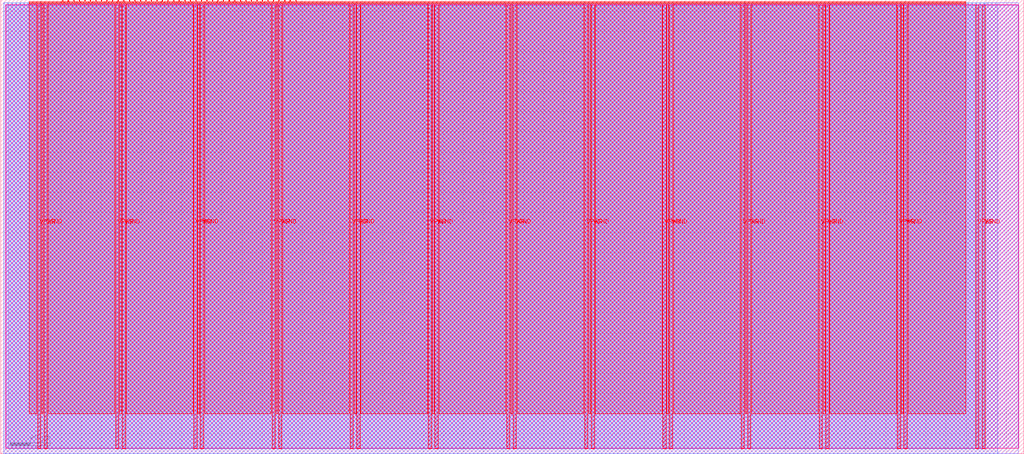
<source format=lef>
VERSION 5.7 ;
  NOWIREEXTENSIONATPIN ON ;
  DIVIDERCHAR "/" ;
  BUSBITCHARS "[]" ;
MACRO tt_um_MichaelBell_tinyQV
  CLASS BLOCK ;
  FOREIGN tt_um_MichaelBell_tinyQV ;
  ORIGIN 0.000 0.000 ;
  SIZE 508.760 BY 225.760 ;
  PIN VGND
    DIRECTION INOUT ;
    USE GROUND ;
    PORT
      LAYER met4 ;
        RECT 21.580 2.480 23.180 223.280 ;
    END
    PORT
      LAYER met4 ;
        RECT 60.450 2.480 62.050 223.280 ;
    END
    PORT
      LAYER met4 ;
        RECT 99.320 2.480 100.920 223.280 ;
    END
    PORT
      LAYER met4 ;
        RECT 138.190 2.480 139.790 223.280 ;
    END
    PORT
      LAYER met4 ;
        RECT 177.060 2.480 178.660 223.280 ;
    END
    PORT
      LAYER met4 ;
        RECT 215.930 2.480 217.530 223.280 ;
    END
    PORT
      LAYER met4 ;
        RECT 254.800 2.480 256.400 223.280 ;
    END
    PORT
      LAYER met4 ;
        RECT 293.670 2.480 295.270 223.280 ;
    END
    PORT
      LAYER met4 ;
        RECT 332.540 2.480 334.140 223.280 ;
    END
    PORT
      LAYER met4 ;
        RECT 371.410 2.480 373.010 223.280 ;
    END
    PORT
      LAYER met4 ;
        RECT 410.280 2.480 411.880 223.280 ;
    END
    PORT
      LAYER met4 ;
        RECT 449.150 2.480 450.750 223.280 ;
    END
    PORT
      LAYER met4 ;
        RECT 488.020 2.480 489.620 223.280 ;
    END
  END VGND
  PIN VPWR
    DIRECTION INOUT ;
    USE POWER ;
    PORT
      LAYER met4 ;
        RECT 18.280 2.480 19.880 223.280 ;
    END
    PORT
      LAYER met4 ;
        RECT 57.150 2.480 58.750 223.280 ;
    END
    PORT
      LAYER met4 ;
        RECT 96.020 2.480 97.620 223.280 ;
    END
    PORT
      LAYER met4 ;
        RECT 134.890 2.480 136.490 223.280 ;
    END
    PORT
      LAYER met4 ;
        RECT 173.760 2.480 175.360 223.280 ;
    END
    PORT
      LAYER met4 ;
        RECT 212.630 2.480 214.230 223.280 ;
    END
    PORT
      LAYER met4 ;
        RECT 251.500 2.480 253.100 223.280 ;
    END
    PORT
      LAYER met4 ;
        RECT 290.370 2.480 291.970 223.280 ;
    END
    PORT
      LAYER met4 ;
        RECT 329.240 2.480 330.840 223.280 ;
    END
    PORT
      LAYER met4 ;
        RECT 368.110 2.480 369.710 223.280 ;
    END
    PORT
      LAYER met4 ;
        RECT 406.980 2.480 408.580 223.280 ;
    END
    PORT
      LAYER met4 ;
        RECT 445.850 2.480 447.450 223.280 ;
    END
    PORT
      LAYER met4 ;
        RECT 484.720 2.480 486.320 223.280 ;
    END
  END VPWR
  PIN clk
    DIRECTION INPUT ;
    USE SIGNAL ;
    ANTENNAGATEAREA 1.286700 ;
    ANTENNADIFFAREA 0.434700 ;
    PORT
      LAYER met4 ;
        RECT 143.830 224.760 144.130 225.760 ;
    END
  END clk
  PIN ena
    DIRECTION INPUT ;
    USE SIGNAL ;
    PORT
      LAYER met4 ;
        RECT 146.590 224.760 146.890 225.760 ;
    END
  END ena
  PIN rst_n
    DIRECTION INPUT ;
    USE SIGNAL ;
    ANTENNAGATEAREA 0.647700 ;
    ANTENNADIFFAREA 0.434700 ;
    PORT
      LAYER met4 ;
        RECT 141.070 224.760 141.370 225.760 ;
    END
  END rst_n
  PIN ui_in[0]
    DIRECTION INPUT ;
    USE SIGNAL ;
    ANTENNAGATEAREA 0.593700 ;
    ANTENNADIFFAREA 0.434700 ;
    PORT
      LAYER met4 ;
        RECT 138.310 224.760 138.610 225.760 ;
    END
  END ui_in[0]
  PIN ui_in[1]
    DIRECTION INPUT ;
    USE SIGNAL ;
    ANTENNAGATEAREA 1.424700 ;
    ANTENNADIFFAREA 0.434700 ;
    PORT
      LAYER met4 ;
        RECT 135.550 224.760 135.850 225.760 ;
    END
  END ui_in[1]
  PIN ui_in[2]
    DIRECTION INPUT ;
    USE SIGNAL ;
    ANTENNAGATEAREA 0.929700 ;
    ANTENNADIFFAREA 0.434700 ;
    PORT
      LAYER met4 ;
        RECT 132.790 224.760 133.090 225.760 ;
    END
  END ui_in[2]
  PIN ui_in[3]
    DIRECTION INPUT ;
    USE SIGNAL ;
    ANTENNAGATEAREA 0.647700 ;
    ANTENNADIFFAREA 0.434700 ;
    PORT
      LAYER met4 ;
        RECT 130.030 224.760 130.330 225.760 ;
    END
  END ui_in[3]
  PIN ui_in[4]
    DIRECTION INPUT ;
    USE SIGNAL ;
    ANTENNAGATEAREA 1.424700 ;
    ANTENNADIFFAREA 0.434700 ;
    PORT
      LAYER met4 ;
        RECT 127.270 224.760 127.570 225.760 ;
    END
  END ui_in[4]
  PIN ui_in[5]
    DIRECTION INPUT ;
    USE SIGNAL ;
    ANTENNAGATEAREA 0.647700 ;
    ANTENNADIFFAREA 0.434700 ;
    PORT
      LAYER met4 ;
        RECT 124.510 224.760 124.810 225.760 ;
    END
  END ui_in[5]
  PIN ui_in[6]
    DIRECTION INPUT ;
    USE SIGNAL ;
    ANTENNAGATEAREA 0.593700 ;
    ANTENNADIFFAREA 0.434700 ;
    PORT
      LAYER met4 ;
        RECT 121.750 224.760 122.050 225.760 ;
    END
  END ui_in[6]
  PIN ui_in[7]
    DIRECTION INPUT ;
    USE SIGNAL ;
    ANTENNAGATEAREA 0.560700 ;
    ANTENNADIFFAREA 0.434700 ;
    PORT
      LAYER met4 ;
        RECT 118.990 224.760 119.290 225.760 ;
    END
  END ui_in[7]
  PIN uio_in[0]
    DIRECTION INPUT ;
    USE SIGNAL ;
    PORT
      LAYER met4 ;
        RECT 116.230 224.760 116.530 225.760 ;
    END
  END uio_in[0]
  PIN uio_in[1]
    DIRECTION INPUT ;
    USE SIGNAL ;
    ANTENNAGATEAREA 0.631200 ;
    ANTENNADIFFAREA 0.434700 ;
    PORT
      LAYER met4 ;
        RECT 113.470 224.760 113.770 225.760 ;
    END
  END uio_in[1]
  PIN uio_in[2]
    DIRECTION INPUT ;
    USE SIGNAL ;
    ANTENNAGATEAREA 0.631200 ;
    ANTENNADIFFAREA 0.434700 ;
    PORT
      LAYER met4 ;
        RECT 110.710 224.760 111.010 225.760 ;
    END
  END uio_in[2]
  PIN uio_in[3]
    DIRECTION INPUT ;
    USE SIGNAL ;
    PORT
      LAYER met4 ;
        RECT 107.950 224.760 108.250 225.760 ;
    END
  END uio_in[3]
  PIN uio_in[4]
    DIRECTION INPUT ;
    USE SIGNAL ;
    ANTENNAGATEAREA 0.631200 ;
    ANTENNADIFFAREA 0.434700 ;
    PORT
      LAYER met4 ;
        RECT 105.190 224.760 105.490 225.760 ;
    END
  END uio_in[4]
  PIN uio_in[5]
    DIRECTION INPUT ;
    USE SIGNAL ;
    ANTENNAGATEAREA 0.631200 ;
    ANTENNADIFFAREA 0.434700 ;
    PORT
      LAYER met4 ;
        RECT 102.430 224.760 102.730 225.760 ;
    END
  END uio_in[5]
  PIN uio_in[6]
    DIRECTION INPUT ;
    USE SIGNAL ;
    PORT
      LAYER met4 ;
        RECT 99.670 224.760 99.970 225.760 ;
    END
  END uio_in[6]
  PIN uio_in[7]
    DIRECTION INPUT ;
    USE SIGNAL ;
    PORT
      LAYER met4 ;
        RECT 96.910 224.760 97.210 225.760 ;
    END
  END uio_in[7]
  PIN uio_oe[0]
    DIRECTION OUTPUT ;
    USE SIGNAL ;
    ANTENNADIFFAREA 0.445500 ;
    PORT
      LAYER met4 ;
        RECT 49.990 224.760 50.290 225.760 ;
    END
  END uio_oe[0]
  PIN uio_oe[1]
    DIRECTION OUTPUT ;
    USE SIGNAL ;
    ANTENNADIFFAREA 0.445500 ;
    PORT
      LAYER met4 ;
        RECT 47.230 224.760 47.530 225.760 ;
    END
  END uio_oe[1]
  PIN uio_oe[2]
    DIRECTION OUTPUT ;
    USE SIGNAL ;
    ANTENNADIFFAREA 0.445500 ;
    PORT
      LAYER met4 ;
        RECT 44.470 224.760 44.770 225.760 ;
    END
  END uio_oe[2]
  PIN uio_oe[3]
    DIRECTION OUTPUT ;
    USE SIGNAL ;
    ANTENNADIFFAREA 0.445500 ;
    PORT
      LAYER met4 ;
        RECT 41.710 224.760 42.010 225.760 ;
    END
  END uio_oe[3]
  PIN uio_oe[4]
    DIRECTION OUTPUT ;
    USE SIGNAL ;
    ANTENNADIFFAREA 0.445500 ;
    PORT
      LAYER met4 ;
        RECT 38.950 224.760 39.250 225.760 ;
    END
  END uio_oe[4]
  PIN uio_oe[5]
    DIRECTION OUTPUT ;
    USE SIGNAL ;
    ANTENNAGATEAREA 0.477000 ;
    ANTENNADIFFAREA 0.924000 ;
    PORT
      LAYER met4 ;
        RECT 36.190 224.760 36.490 225.760 ;
    END
  END uio_oe[5]
  PIN uio_oe[6]
    DIRECTION OUTPUT ;
    USE SIGNAL ;
    ANTENNADIFFAREA 0.445500 ;
    PORT
      LAYER met4 ;
        RECT 33.430 224.760 33.730 225.760 ;
    END
  END uio_oe[6]
  PIN uio_oe[7]
    DIRECTION OUTPUT ;
    USE SIGNAL ;
    ANTENNADIFFAREA 0.445500 ;
    PORT
      LAYER met4 ;
        RECT 30.670 224.760 30.970 225.760 ;
    END
  END uio_oe[7]
  PIN uio_out[0]
    DIRECTION OUTPUT ;
    USE SIGNAL ;
    ANTENNAGATEAREA 0.621000 ;
    ANTENNADIFFAREA 0.891000 ;
    PORT
      LAYER met4 ;
        RECT 72.070 224.760 72.370 225.760 ;
    END
  END uio_out[0]
  PIN uio_out[1]
    DIRECTION OUTPUT ;
    USE SIGNAL ;
    ANTENNADIFFAREA 0.933750 ;
    PORT
      LAYER met4 ;
        RECT 69.310 224.760 69.610 225.760 ;
    END
  END uio_out[1]
  PIN uio_out[2]
    DIRECTION OUTPUT ;
    USE SIGNAL ;
    ANTENNADIFFAREA 0.891000 ;
    PORT
      LAYER met4 ;
        RECT 66.550 224.760 66.850 225.760 ;
    END
  END uio_out[2]
  PIN uio_out[3]
    DIRECTION OUTPUT ;
    USE SIGNAL ;
    ANTENNADIFFAREA 0.891000 ;
    PORT
      LAYER met4 ;
        RECT 63.790 224.760 64.090 225.760 ;
    END
  END uio_out[3]
  PIN uio_out[4]
    DIRECTION OUTPUT ;
    USE SIGNAL ;
    ANTENNADIFFAREA 0.891000 ;
    PORT
      LAYER met4 ;
        RECT 61.030 224.760 61.330 225.760 ;
    END
  END uio_out[4]
  PIN uio_out[5]
    DIRECTION OUTPUT ;
    USE SIGNAL ;
    ANTENNADIFFAREA 0.891000 ;
    PORT
      LAYER met4 ;
        RECT 58.270 224.760 58.570 225.760 ;
    END
  END uio_out[5]
  PIN uio_out[6]
    DIRECTION OUTPUT ;
    USE SIGNAL ;
    ANTENNAGATEAREA 0.252000 ;
    ANTENNADIFFAREA 0.891000 ;
    PORT
      LAYER met4 ;
        RECT 55.510 224.760 55.810 225.760 ;
    END
  END uio_out[6]
  PIN uio_out[7]
    DIRECTION OUTPUT ;
    USE SIGNAL ;
    ANTENNADIFFAREA 0.891000 ;
    PORT
      LAYER met4 ;
        RECT 52.750 224.760 53.050 225.760 ;
    END
  END uio_out[7]
  PIN uo_out[0]
    DIRECTION OUTPUT ;
    USE SIGNAL ;
    ANTENNAGATEAREA 0.247500 ;
    ANTENNADIFFAREA 0.891000 ;
    PORT
      LAYER met4 ;
        RECT 94.150 224.760 94.450 225.760 ;
    END
  END uo_out[0]
  PIN uo_out[1]
    DIRECTION OUTPUT ;
    USE SIGNAL ;
    ANTENNAGATEAREA 0.247500 ;
    ANTENNADIFFAREA 0.891000 ;
    PORT
      LAYER met4 ;
        RECT 91.390 224.760 91.690 225.760 ;
    END
  END uo_out[1]
  PIN uo_out[2]
    DIRECTION OUTPUT ;
    USE SIGNAL ;
    ANTENNAGATEAREA 0.247500 ;
    ANTENNADIFFAREA 0.891000 ;
    PORT
      LAYER met4 ;
        RECT 88.630 224.760 88.930 225.760 ;
    END
  END uo_out[2]
  PIN uo_out[3]
    DIRECTION OUTPUT ;
    USE SIGNAL ;
    ANTENNAGATEAREA 0.247500 ;
    ANTENNADIFFAREA 0.891000 ;
    PORT
      LAYER met4 ;
        RECT 85.870 224.760 86.170 225.760 ;
    END
  END uo_out[3]
  PIN uo_out[4]
    DIRECTION OUTPUT ;
    USE SIGNAL ;
    ANTENNAGATEAREA 0.247500 ;
    ANTENNADIFFAREA 0.891000 ;
    PORT
      LAYER met4 ;
        RECT 83.110 224.760 83.410 225.760 ;
    END
  END uo_out[4]
  PIN uo_out[5]
    DIRECTION OUTPUT ;
    USE SIGNAL ;
    ANTENNAGATEAREA 0.247500 ;
    ANTENNADIFFAREA 0.891000 ;
    PORT
      LAYER met4 ;
        RECT 80.350 224.760 80.650 225.760 ;
    END
  END uo_out[5]
  PIN uo_out[6]
    DIRECTION OUTPUT ;
    USE SIGNAL ;
    ANTENNAGATEAREA 0.247500 ;
    ANTENNADIFFAREA 0.891000 ;
    PORT
      LAYER met4 ;
        RECT 77.590 224.760 77.890 225.760 ;
    END
  END uo_out[6]
  PIN uo_out[7]
    DIRECTION OUTPUT ;
    USE SIGNAL ;
    ANTENNAGATEAREA 0.247500 ;
    ANTENNADIFFAREA 0.891000 ;
    PORT
      LAYER met4 ;
        RECT 74.830 224.760 75.130 225.760 ;
    END
  END uo_out[7]
  OBS
      LAYER nwell ;
        RECT 2.570 2.635 506.190 223.230 ;
      LAYER li1 ;
        RECT 2.760 2.635 506.000 223.125 ;
      LAYER met1 ;
        RECT 1.450 0.040 506.000 224.360 ;
      LAYER met2 ;
        RECT 1.480 0.010 495.780 224.390 ;
      LAYER met3 ;
        RECT 3.745 2.555 489.610 224.225 ;
      LAYER met4 ;
        RECT 14.095 224.360 30.270 224.760 ;
        RECT 31.370 224.360 33.030 224.760 ;
        RECT 34.130 224.360 35.790 224.760 ;
        RECT 36.890 224.360 38.550 224.760 ;
        RECT 39.650 224.360 41.310 224.760 ;
        RECT 42.410 224.360 44.070 224.760 ;
        RECT 45.170 224.360 46.830 224.760 ;
        RECT 47.930 224.360 49.590 224.760 ;
        RECT 50.690 224.360 52.350 224.760 ;
        RECT 53.450 224.360 55.110 224.760 ;
        RECT 56.210 224.360 57.870 224.760 ;
        RECT 58.970 224.360 60.630 224.760 ;
        RECT 61.730 224.360 63.390 224.760 ;
        RECT 64.490 224.360 66.150 224.760 ;
        RECT 67.250 224.360 68.910 224.760 ;
        RECT 70.010 224.360 71.670 224.760 ;
        RECT 72.770 224.360 74.430 224.760 ;
        RECT 75.530 224.360 77.190 224.760 ;
        RECT 78.290 224.360 79.950 224.760 ;
        RECT 81.050 224.360 82.710 224.760 ;
        RECT 83.810 224.360 85.470 224.760 ;
        RECT 86.570 224.360 88.230 224.760 ;
        RECT 89.330 224.360 90.990 224.760 ;
        RECT 92.090 224.360 93.750 224.760 ;
        RECT 94.850 224.360 96.510 224.760 ;
        RECT 97.610 224.360 99.270 224.760 ;
        RECT 100.370 224.360 102.030 224.760 ;
        RECT 103.130 224.360 104.790 224.760 ;
        RECT 105.890 224.360 107.550 224.760 ;
        RECT 108.650 224.360 110.310 224.760 ;
        RECT 111.410 224.360 113.070 224.760 ;
        RECT 114.170 224.360 115.830 224.760 ;
        RECT 116.930 224.360 118.590 224.760 ;
        RECT 119.690 224.360 121.350 224.760 ;
        RECT 122.450 224.360 124.110 224.760 ;
        RECT 125.210 224.360 126.870 224.760 ;
        RECT 127.970 224.360 129.630 224.760 ;
        RECT 130.730 224.360 132.390 224.760 ;
        RECT 133.490 224.360 135.150 224.760 ;
        RECT 136.250 224.360 137.910 224.760 ;
        RECT 139.010 224.360 140.670 224.760 ;
        RECT 141.770 224.360 143.430 224.760 ;
        RECT 144.530 224.360 146.190 224.760 ;
        RECT 147.290 224.360 479.945 224.760 ;
        RECT 14.095 223.680 479.945 224.360 ;
        RECT 14.095 19.895 17.880 223.680 ;
        RECT 20.280 19.895 21.180 223.680 ;
        RECT 23.580 19.895 56.750 223.680 ;
        RECT 59.150 19.895 60.050 223.680 ;
        RECT 62.450 19.895 95.620 223.680 ;
        RECT 98.020 19.895 98.920 223.680 ;
        RECT 101.320 19.895 134.490 223.680 ;
        RECT 136.890 19.895 137.790 223.680 ;
        RECT 140.190 19.895 173.360 223.680 ;
        RECT 175.760 19.895 176.660 223.680 ;
        RECT 179.060 19.895 212.230 223.680 ;
        RECT 214.630 19.895 215.530 223.680 ;
        RECT 217.930 19.895 251.100 223.680 ;
        RECT 253.500 19.895 254.400 223.680 ;
        RECT 256.800 19.895 289.970 223.680 ;
        RECT 292.370 19.895 293.270 223.680 ;
        RECT 295.670 19.895 328.840 223.680 ;
        RECT 331.240 19.895 332.140 223.680 ;
        RECT 334.540 19.895 367.710 223.680 ;
        RECT 370.110 19.895 371.010 223.680 ;
        RECT 373.410 19.895 406.580 223.680 ;
        RECT 408.980 19.895 409.880 223.680 ;
        RECT 412.280 19.895 445.450 223.680 ;
        RECT 447.850 19.895 448.750 223.680 ;
        RECT 451.150 19.895 479.945 223.680 ;
  END
END tt_um_MichaelBell_tinyQV
END LIBRARY


</source>
